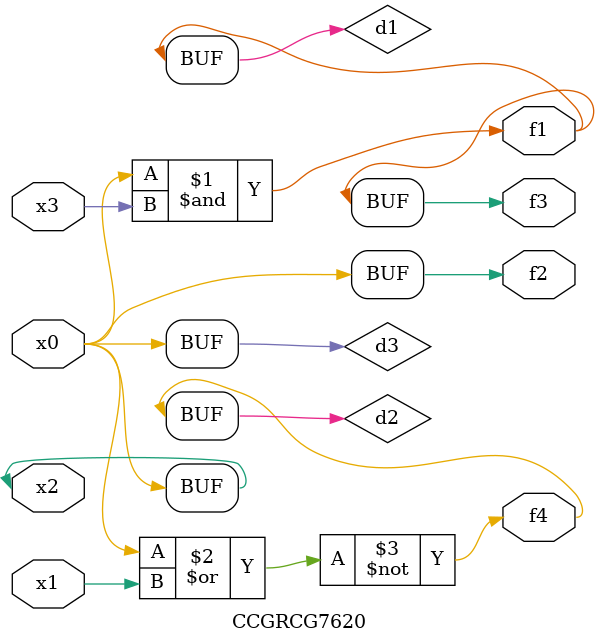
<source format=v>
module CCGRCG7620(
	input x0, x1, x2, x3,
	output f1, f2, f3, f4
);

	wire d1, d2, d3;

	and (d1, x2, x3);
	nor (d2, x0, x1);
	buf (d3, x0, x2);
	assign f1 = d1;
	assign f2 = d3;
	assign f3 = d1;
	assign f4 = d2;
endmodule

</source>
